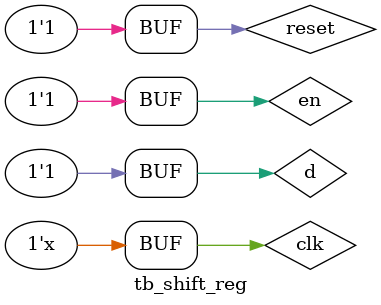
<source format=v>
`timescale 1ns / 1ps

module tb_shift_reg();
						 
parameter WIDTH = 8;

reg clk;
reg d;
reg en;
reg reset;
wire[WIDTH-1:0] q;

ShiftReg #(WIDTH) sreg(.clk(clk), .d(d), .en(en), .reset(reset), .q(q));

initial begin
	clk = 0;
	d = 0;
	en = 0;
	reset = 1;
	#5
	en = 1;
	d = 1;
	#10
	reset = 0;
	d = 0;
	#10
	d = 1;
	#10 
	d = 0;
	#10
	d = 1;
	#10 
	d = 0;
	#10
	d = 1;
	#10 
	d = 0;
	#10
	d = 1;
	#10 
	d = 0;
	#10
	reset = 1;
	#10
	d = 1;
end

always begin
	#5 clk = ~clk;
end

endmodule

</source>
